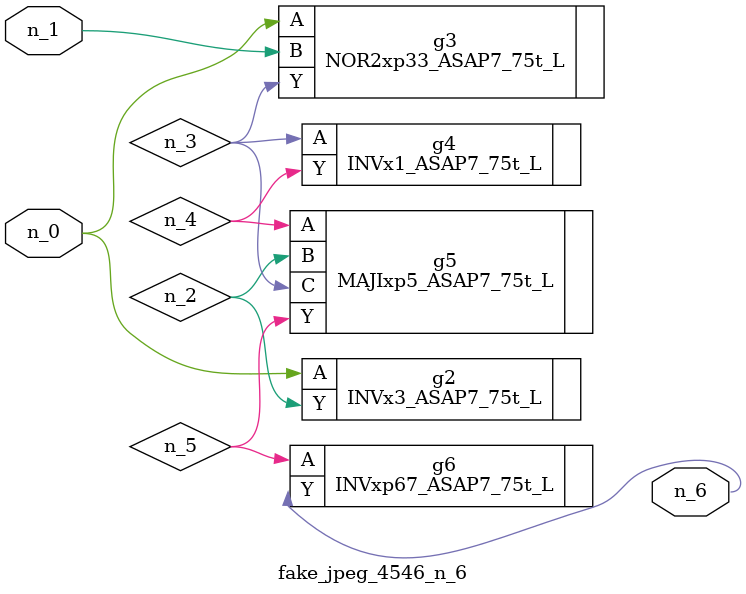
<source format=v>
module fake_jpeg_4546_n_6 (n_0, n_1, n_6);

input n_0;
input n_1;

output n_6;

wire n_2;
wire n_3;
wire n_4;
wire n_5;

INVx3_ASAP7_75t_L g2 ( 
.A(n_0),
.Y(n_2)
);

NOR2xp33_ASAP7_75t_L g3 ( 
.A(n_0),
.B(n_1),
.Y(n_3)
);

INVx1_ASAP7_75t_L g4 ( 
.A(n_3),
.Y(n_4)
);

MAJIxp5_ASAP7_75t_L g5 ( 
.A(n_4),
.B(n_2),
.C(n_3),
.Y(n_5)
);

INVxp67_ASAP7_75t_L g6 ( 
.A(n_5),
.Y(n_6)
);


endmodule
</source>
